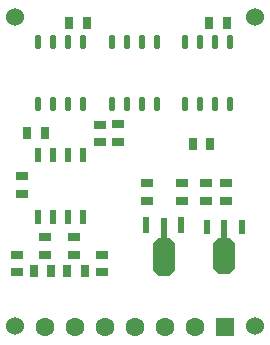
<source format=gbr>
%TF.GenerationSoftware,Altium Limited,Altium Designer,22.10.1 (41)*%
G04 Layer_Color=255*
%FSLAX45Y45*%
%MOMM*%
%TF.SameCoordinates,31040185-1CDC-4878-9C2F-C35C27A90F04*%
%TF.FilePolarity,Positive*%
%TF.FileFunction,Pads,Top*%
%TF.Part,Single*%
G01*
G75*
%TA.AperFunction,SMDPad,CuDef*%
%ADD10O,0.55000X1.25000*%
%ADD11R,0.80000X1.00000*%
G04:AMPARAMS|DCode=12|XSize=0.55mm|YSize=1.25mm|CornerRadius=0.0495mm|HoleSize=0mm|Usage=FLASHONLY|Rotation=180.000|XOffset=0mm|YOffset=0mm|HoleType=Round|Shape=RoundedRectangle|*
%AMROUNDEDRECTD12*
21,1,0.55000,1.15100,0,0,180.0*
21,1,0.45100,1.25000,0,0,180.0*
1,1,0.09900,-0.22550,0.57550*
1,1,0.09900,0.22550,0.57550*
1,1,0.09900,0.22550,-0.57550*
1,1,0.09900,-0.22550,-0.57550*
%
%ADD12ROUNDEDRECTD12*%
%ADD13R,1.00000X0.80000*%
%ADD14R,0.50000X1.20000*%
%ADD15R,0.50000X1.60000*%
G04:AMPARAMS|DCode=16|XSize=1.8mm|YSize=3mm|CornerRadius=0mm|HoleSize=0mm|Usage=FLASHONLY|Rotation=0.000|XOffset=0mm|YOffset=0mm|HoleType=Round|Shape=Octagon|*
%AMOCTAGOND16*
4,1,8,-0.45000,1.50000,0.45000,1.50000,0.90000,1.05000,0.90000,-1.05000,0.45000,-1.50000,-0.45000,-1.50000,-0.90000,-1.05000,-0.90000,1.05000,-0.45000,1.50000,0.0*
%
%ADD16OCTAGOND16*%

%ADD17R,0.60000X1.40000*%
%ADD18R,0.60000X1.80000*%
G04:AMPARAMS|DCode=19|XSize=1.9mm|YSize=3.2mm|CornerRadius=0mm|HoleSize=0mm|Usage=FLASHONLY|Rotation=0.000|XOffset=0mm|YOffset=0mm|HoleType=Round|Shape=Octagon|*
%AMOCTAGOND19*
4,1,8,-0.47500,1.60000,0.47500,1.60000,0.95000,1.12500,0.95000,-1.12500,0.47500,-1.60000,-0.47500,-1.60000,-0.95000,-1.12500,-0.95000,1.12500,-0.47500,1.60000,0.0*
%
%ADD19OCTAGOND19*%

%TA.AperFunction,ViaPad*%
%ADD26C,1.52400*%
%TA.AperFunction,ComponentPad*%
%ADD27C,1.60000*%
%ADD28R,1.60000X1.60000*%
D10*
X1629500Y2062500D02*
D03*
X1756500D02*
D03*
X1883500D02*
D03*
X2010500D02*
D03*
X1629500Y2587500D02*
D03*
X1756500D02*
D03*
X1883500D02*
D03*
X2010500D02*
D03*
X1390500D02*
D03*
X1263500D02*
D03*
X1136500D02*
D03*
X1009500D02*
D03*
X1390500Y2062500D02*
D03*
X1263500D02*
D03*
X1136500D02*
D03*
X1009500D02*
D03*
X384500Y2062500D02*
D03*
X511500D02*
D03*
X638500D02*
D03*
X765500D02*
D03*
X384500Y2587500D02*
D03*
X511500D02*
D03*
X638500D02*
D03*
X765500D02*
D03*
D11*
X1840000Y1730000D02*
D03*
X1690000D02*
D03*
X1830000Y2755000D02*
D03*
X1980000D02*
D03*
X630000Y650000D02*
D03*
X780000D02*
D03*
X345000D02*
D03*
X495000D02*
D03*
X440000Y1820000D02*
D03*
X290000D02*
D03*
X795000Y2755000D02*
D03*
X645000D02*
D03*
D12*
X379500Y1107500D02*
D03*
X506500D02*
D03*
X633500D02*
D03*
X760500D02*
D03*
X379500Y1632500D02*
D03*
X506500D02*
D03*
X633500D02*
D03*
X760500D02*
D03*
D13*
X205000Y640000D02*
D03*
Y790000D02*
D03*
X690000D02*
D03*
Y940000D02*
D03*
X440000Y790000D02*
D03*
Y940000D02*
D03*
X910000Y1890000D02*
D03*
Y1740000D02*
D03*
X920000Y790000D02*
D03*
Y640000D02*
D03*
X1055000Y1895000D02*
D03*
Y1745000D02*
D03*
X243313Y1305000D02*
D03*
Y1455000D02*
D03*
X1600000Y1395000D02*
D03*
Y1245000D02*
D03*
X1300000Y1395000D02*
D03*
Y1245000D02*
D03*
X1970000Y1395000D02*
D03*
Y1245000D02*
D03*
X1805000Y1395000D02*
D03*
Y1245000D02*
D03*
D14*
X2110000Y1025000D02*
D03*
X1810000D02*
D03*
D15*
X1960000Y1005000D02*
D03*
D16*
Y775000D02*
D03*
D17*
X1595000Y1040000D02*
D03*
X1295000D02*
D03*
D18*
X1445000Y1020000D02*
D03*
D19*
Y770000D02*
D03*
D26*
X2215000Y190000D02*
D03*
Y2805000D02*
D03*
X190000D02*
D03*
Y190000D02*
D03*
D27*
X946000Y175000D02*
D03*
X1454000D02*
D03*
X1708000D02*
D03*
X1200000D02*
D03*
X692000D02*
D03*
X438000D02*
D03*
D28*
X1962000D02*
D03*
%TF.MD5,0764b6c6ac87c1896342570a2863a0a0*%
M02*

</source>
